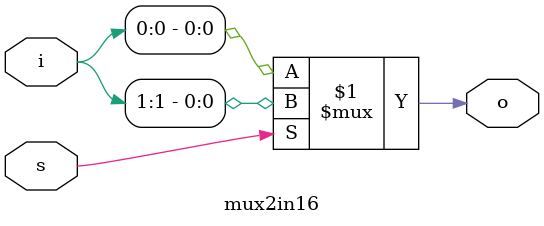
<source format=v>
module mux2in16(input [1:0] i, input s, output o);
    assign o = s ? i[1] : i[0];
endmodule

</source>
